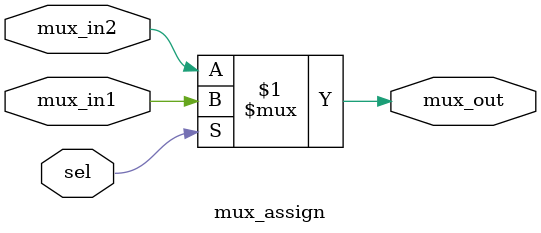
<source format=v>
module mux_assign
(input wire mux_in1, mux_in2, sel,
output reg mux_out);

assign mux_out = (sel) ? mux_in1 : mux_in2;
endmodule


</source>
